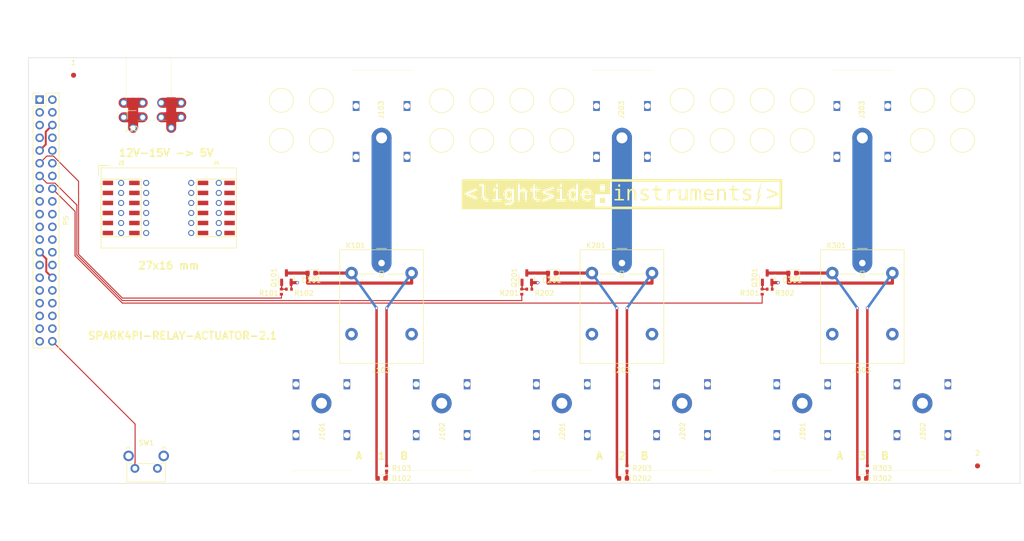
<source format=kicad_pcb>
(kicad_pcb (version 20211014) (generator pcbnew)
  (title_block (title "spark4pi-relay-actuator-2.1") (company "Lightside Instruments AS"))
  (layers (0 "F.Cu" signal) (1 "In1.Cu" mixed) (2 "In2.Cu" mixed) (31 "B.Cu" signal) (34 "B.Paste" user) (35 "F.Paste" user) (36 "B.SilkS" user "B.Silkscreen") (37 "F.SilkS" user "F.Silkscreen") (38 "B.Mask" user) (39 "F.Mask" user) (44 "Edge.Cuts" user))
  (net 0 "")
  (net 1 "GND")
  (net 2 "+5V")
  (net 3 "SYS_DCIN")
  (net 4 "Net-(D301-Pad2)")
  (net 5 "Net-(J301-Pad1)")
  (net 6 "Net-(Q301-Pad1)")
  (net 7 "+3.3V")
  (net 8 "PORT3")
  (net 9 "PORT2")
  (net 10 "PORT1")
  (net 11 "RESET_BTN")
  (net 12 "Net-(J302-Pad1)")
  (net 13 "IN3")
  (net 14 "Net-(D101-Pad2)")
  (net 15 "Net-(D201-Pad2)")
  (net 16 "Net-(J101-Pad1)")
  (net 17 "Net-(J102-Pad1)")
  (net 18 "IN1")
  (net 19 "Net-(J201-Pad1)")
  (net 20 "Net-(J202-Pad1)")
  (net 21 "IN2")
  (net 22 "Net-(Q101-Pad1)")
  (net 23 "Net-(Q201-Pad1)")
  (net 24 "Net-(D102-Pad1)")
  (net 25 "Net-(D202-Pad1)")
  (net 26 "Net-(D302-Pad1)")
  (net 33 "PORT4")
  (net 34 "iCE_CREST")
  (net 35 "iCE_MOSI")
  (net 36 "iCE_MISO")
  (net 37 "iCE_CDONE")
  (net 38 "iCE_SCK")
  (net 39 "iCE_SS_B")
  (net 48 "PORT5")
  (net 49 "PORT6")
  (net 50 "REMOTE")
  (footprint "spark:mount_hole" (layer "F.Cu") (at 19.5 44.5)
    (fp_text reference "" hide)
    (fp_text value "" hide)
    (pad "" np_thru_hole circle locked (at 0 0) (size 2.75 2.75) (drill 2.75) (layers *.Cu *.Mask) (clearance 1.725))
  )
  (footprint "spark:Socket_Strip_SMD_2x6_Pitch2mm" (layer "F.Cu") (at 33.5 66)
    (fp_text reference "J3" (at 1 -4) (layer "F.SilkS") (effects (font (size 0.7 0.7))))
    (fp_text value "Conn_02x06_Odd_Even")
    (pad "1" smd rect locked (at -1.65 0 270) (size 0.89 2.1) (layers "F.Cu" "F.Paste" "F.Mask") (net 1 "GND"))
    (pad "2" smd rect locked (at 3.65 0 270) (size 0.89 2.1) (layers "F.Cu" "F.Paste" "F.Mask") (net 3 "SYS_DCIN"))
    (pad "3" smd rect locked (at -1.65 2 270) (size 0.89 2.1) (layers "F.Cu" "F.Paste" "F.Mask") (net 1 "GND"))
    (pad "4" smd rect locked (at 3.65 2 270) (size 0.89 2.1) (layers "F.Cu" "F.Paste" "F.Mask") (net 3 "SYS_DCIN"))
    (pad "5" smd rect locked (at -1.65 4 270) (size 0.89 2.1) (layers "F.Cu" "F.Paste" "F.Mask") (net 1 "GND"))
    (pad "6" smd rect locked (at 3.65 4 270) (size 0.89 2.1) (layers "F.Cu" "F.Paste" "F.Mask") (net 3 "SYS_DCIN"))
    (pad "7" smd rect locked (at -1.65 6 270) (size 0.89 2.1) (layers "F.Cu" "F.Paste" "F.Mask") (net 1 "GND"))
    (pad "8" smd rect locked (at 3.65 6 270) (size 0.89 2.1) (layers "F.Cu" "F.Paste" "F.Mask") (net 3 "SYS_DCIN"))
    (pad "9" smd rect locked (at -1.65 8 270) (size 0.89 2.1) (layers "F.Cu" "F.Paste" "F.Mask") (net 1 "GND"))
    (pad "10" smd rect locked (at 3.65 8 270) (size 0.89 2.1) (layers "F.Cu" "F.Paste" "F.Mask") (net 3 "SYS_DCIN"))
    (pad "11" smd rect locked (at -1.65 10 270) (size 0.89 2.1) (layers "F.Cu" "F.Paste" "F.Mask") (net 1 "GND"))
    (pad "12" smd rect locked (at 3.65 10 270) (size 0.89 2.1) (layers "F.Cu" "F.Paste" "F.Mask") (net 3 "SYS_DCIN"))
  )
  (footprint "Button_Switch_THT:SW_Tactile_SPST_Angled_PTS645Vx83-2LFS" (layer "F.Cu") (at 41.75 123 180)
    (fp_text reference "SW1" (at 2.2 5.1 180) (layer "F.SilkS"))
    (fp_text value "SW_Push")
    (pad "" thru_hole circle (at -1.25 2.49 180) (size 2.1 2.1) (drill 1.3) (layers *.Cu *.Mask))
    (pad "" thru_hole circle (at 5.76 2.49 180) (size 2.1 2.1) (drill 1.3) (layers *.Cu *.Mask))
    (pad "1" thru_hole circle (at 0 0 180) (size 1.75 1.75) (drill 0.99) (layers *.Cu *.Mask) (net 1 "GND"))
    (pad "2" thru_hole circle (at 4.5 0 180) (size 1.75 1.75) (drill 0.99) (layers *.Cu *.Mask) (net 11 "RESET_BTN"))
  )
  (footprint "spark:lightside-instruments-logo-silks" (layer "F.Cu") (at 134.5 68.25)
    (fp_text reference "" (at 0 0) (layer "F.SilkS") (effects (font (size 1.27 1.27))))
    (fp_text value "" (at 0 0) (layer "F.SilkS") (effects (font (size 1.27 1.27))))
  )
  (footprint "Diode_SMD:D_0603_1608Metric" (layer "F.Cu") (at 86.5 125 180)
    (fp_text reference "D102" (at -4 0 180) (layer "F.SilkS"))
    (fp_text value "LED")
    (pad "1" smd roundrect (at -0.7875 0 180) (size 0.875 0.95) (layers "F.Cu" "F.Paste" "F.Mask") (net 24 "Net-(D102-Pad1)"))
    (pad "2" smd roundrect (at 0.7875 0 180) (size 0.875 0.95) (layers "F.Cu" "F.Paste" "F.Mask") (net 3 "SYS_DCIN"))
  )
  (footprint "spark:banana-plug-horizontal-black" (layer "F.Cu") (at 194.5 110 90)
    (fp_text reference "J302" (at -5.62 0.1 90) (layer "F.SilkS"))
    (fp_text value "Conn_01x01")
    (pad "1" thru_hole rect locked (at 3.8 5.08 90) (size 2 1.3) (drill 1.2) (layers *.Cu *.Mask) (net 12 "Net-(J302-Pad1)"))
    (pad "1" thru_hole circle locked (at 0 0 90) (size 4 4) (drill 2.2) (layers *.Cu *.Mask) (net 12 "Net-(J302-Pad1)"))
    (pad "1" thru_hole rect locked (at 3.8 -5.08 90) (size 2 1.3) (drill 1.2) (layers *.Cu *.Mask) (net 12 "Net-(J302-Pad1)"))
    (pad "1" thru_hole rect locked (at -6.36 5.08 90) (size 2 1.3) (drill 1.2) (layers *.Cu *.Mask) (net 12 "Net-(J302-Pad1)"))
    (pad "1" thru_hole rect locked (at -6.36 -5.08 90) (size 2 1.3) (drill 1.2) (layers *.Cu *.Mask) (net 12 "Net-(J302-Pad1)"))
  )
  (footprint "Resistor_SMD:R_0402_1005Metric" (layer "F.Cu") (at 68 87.215354)
    (fp_text reference "R101" (at -4 0.784646) (layer "F.SilkS"))
    (fp_text value "10K")
    (pad "1" smd roundrect (at -0.51 0) (size 0.54 0.64) (layers "F.Cu" "F.Paste" "F.Mask") (net 22 "Net-(Q101-Pad1)"))
    (pad "2" smd roundrect (at 0.51 0) (size 0.54 0.64) (layers "F.Cu" "F.Paste" "F.Mask") (net 1 "GND"))
  )
  (footprint "Package_TO_SOT_SMD:SOT-23" (layer "F.Cu") (at 115.5 84.915354 90)
    (fp_text reference "Q201" (at 0 -2.5 90) (layer "F.SilkS"))
    (fp_text value "BS870")
    (pad "1" smd roundrect (at -0.9375 -0.95 90) (size 1.475 0.6) (layers "F.Cu" "F.Paste" "F.Mask") (net 23 "Net-(Q201-Pad1)"))
    (pad "2" smd roundrect (at -0.9375 0.95 90) (size 1.475 0.6) (layers "F.Cu" "F.Paste" "F.Mask") (net 1 "GND"))
    (pad "3" smd roundrect (at 0.9375 0 90) (size 1.475 0.6) (layers "F.Cu" "F.Paste" "F.Mask") (net 15 "Net-(D201-Pad2)"))
  )
  (footprint "spark:banana-plug-horizontal-black" (layer "F.Cu") (at 170.5 110 90)
    (fp_text reference "J301" (at -5.62 0.1 90) (layer "F.SilkS"))
    (fp_text value "Conn_01x01")
    (pad "1" thru_hole rect locked (at 3.8 5.08 90) (size 2 1.3) (drill 1.2) (layers *.Cu *.Mask) (net 5 "Net-(J301-Pad1)"))
    (pad "1" thru_hole rect locked (at 3.8 -5.08 90) (size 2 1.3) (drill 1.2) (layers *.Cu *.Mask) (net 5 "Net-(J301-Pad1)"))
    (pad "1" thru_hole rect locked (at -6.36 5.08 90) (size 2 1.3) (drill 1.2) (layers *.Cu *.Mask) (net 5 "Net-(J301-Pad1)"))
    (pad "1" thru_hole rect locked (at -6.36 -5.08 90) (size 2 1.3) (drill 1.2) (layers *.Cu *.Mask) (net 5 "Net-(J301-Pad1)"))
    (pad "1" thru_hole circle locked (at 0 0 90) (size 4 4) (drill 2.2) (layers *.Cu *.Mask) (net 5 "Net-(J301-Pad1)"))
  )
  (footprint "Fiducial:Fiducial_1mm_Mask3mm" (layer "F.Cu") (at 25 44.5)
    (fp_text reference "1" (at 0 -2.54) (layer "F.SilkS"))
    (fp_text value "Fiducial_1mm_Mask3mm")
    (pad "" smd circle (at 0 0) (size 1 1) (layers "F.Cu" "F.Mask") (clearance 1))
  )
  (footprint "Resistor_SMD:R_0402_1005Metric" (layer "F.Cu") (at 87.5 123 90)
    (fp_text reference "R103" (at 0 3 180) (layer "F.SilkS"))
    (fp_text value "1K")
    (pad "1" smd roundrect (at -0.51 0 90) (size 0.54 0.64) (layers "F.Cu" "F.Paste" "F.Mask") (net 24 "Net-(D102-Pad1)"))
    (pad "2" smd roundrect (at 0.51 0 90) (size 0.54 0.64) (layers "F.Cu" "F.Paste" "F.Mask") (net 14 "Net-(D101-Pad2)"))
  )
  (footprint "Diode_SMD:D_0603_1608Metric" (layer "F.Cu") (at 168.5 84 180)
    (fp_text reference "D301" (at 0 -1.43 180) (layer "F.SilkS"))
    (fp_text value "D_Schottky")
    (pad "1" smd roundrect (at -0.7875 0 180) (size 0.875 0.95) (layers "F.Cu" "F.Paste" "F.Mask") (net 3 "SYS_DCIN"))
    (pad "2" smd roundrect (at 0.7875 0 180) (size 0.875 0.95) (layers "F.Cu" "F.Paste" "F.Mask") (net 4 "Net-(D301-Pad2)"))
  )
  (footprint "spark:mount_hole" (layer "F.Cu") (at 19.5 122.5)
    (fp_text reference "" hide)
    (fp_text value "" hide)
    (pad "" np_thru_hole circle locked (at 0 0) (size 2.75 2.75) (drill 2.75) (layers *.Cu *.Mask) (clearance 1.725))
  )
  (footprint "spark:mount_hole" (layer "F.Cu") (at 158.5 77.5 90)
    (fp_text reference "" hide)
    (fp_text value "" hide)
    (pad "" np_thru_hole circle locked (at 0 0 90) (size 2.75 2.75) (drill 2.75) (layers *.Cu *.Mask) (clearance 1.725))
  )
  (footprint "Relay_THT:Relay_SPDT_Omron-G5LE-1" (layer "F.Cu") (at 134.5 82)
    (fp_text reference "K201" (at -5.2 -3.5) (layer "F.SilkS"))
    (fp_text value "G5LE-1")
    (pad "1" thru_hole rect (at 0 0) (size 2.5 2.5) (drill 1.3) (layers *.Cu *.Mask) (net 21 "IN2"))
    (pad "2" thru_hole oval (at -6 2) (size 2.5 2.5) (drill 1.3) (layers *.Cu *.Mask) (net 3 "SYS_DCIN"))
    (pad "3" thru_hole oval (at -6 14.2) (size 2.5 2.5) (drill 1.3) (layers *.Cu *.Mask) (net 19 "Net-(J201-Pad1)"))
    (pad "4" thru_hole oval (at 6 14.2) (size 2.5 2.5) (drill 1.3) (layers *.Cu *.Mask) (net 20 "Net-(J202-Pad1)"))
    (pad "5" thru_hole oval (at 6 2) (size 2.5 2.5) (drill 1.3) (layers *.Cu *.Mask) (net 15 "Net-(D201-Pad2)"))
  )
  (footprint "Resistor_SMD:R_0402_1005Metric" (layer "F.Cu") (at 162.5 87.715354 90)
    (fp_text reference "R302" (at -0.284646 4.5 180) (layer "F.SilkS"))
    (fp_text value "1K")
    (pad "1" smd roundrect (at -0.51 0 90) (size 0.54 0.64) (layers "F.Cu" "F.Paste" "F.Mask") (net 8 "PORT3"))
    (pad "2" smd roundrect (at 0.51 0 90) (size 0.54 0.64) (layers "F.Cu" "F.Paste" "F.Mask") (net 6 "Net-(Q301-Pad1)"))
  )
  (footprint "spark:banana-plug-horizontal-black" (layer "F.Cu") (at 74.5 110 90)
    (fp_text reference "J101" (at -5.62 0.1 90) (layer "F.SilkS"))
    (fp_text value "Conn_01x01")
    (pad "1" thru_hole rect locked (at 3.8 -5.08 90) (size 2 1.3) (drill 1.2) (layers *.Cu *.Mask) (net 16 "Net-(J101-Pad1)"))
    (pad "1" thru_hole rect locked (at -6.36 -5.08 90) (size 2 1.3) (drill 1.2) (layers *.Cu *.Mask) (net 16 "Net-(J101-Pad1)"))
    (pad "1" thru_hole rect locked (at 3.8 5.08 90) (size 2 1.3) (drill 1.2) (layers *.Cu *.Mask) (net 16 "Net-(J101-Pad1)"))
    (pad "1" thru_hole circle locked (at 0 0 90) (size 4 4) (drill 2.2) (layers *.Cu *.Mask) (net 16 "Net-(J101-Pad1)"))
    (pad "1" thru_hole rect locked (at -6.36 5.08 90) (size 2 1.3) (drill 1.2) (layers *.Cu *.Mask) (net 16 "Net-(J101-Pad1)"))
  )
  (footprint "Diode_SMD:D_0603_1608Metric" (layer "F.Cu") (at 134.7125 125 180)
    (fp_text reference "D202" (at -3.7875 0 180) (layer "F.SilkS"))
    (fp_text value "LED")
    (pad "1" smd roundrect (at -0.7875 0 180) (size 0.875 0.95) (layers "F.Cu" "F.Paste" "F.Mask") (net 25 "Net-(D202-Pad1)"))
    (pad "2" smd roundrect (at 0.7875 0 180) (size 0.875 0.95) (layers "F.Cu" "F.Paste" "F.Mask") (net 3 "SYS_DCIN"))
  )
  (footprint "spark:banana-plug-horizontal-black" (layer "F.Cu") (at 122.5 110 90)
    (fp_text reference "J201" (at -5.62 0.1 90) (layer "F.SilkS"))
    (fp_text value "Conn_01x01")
    (pad "1" thru_hole rect locked (at 3.8 5.08 90) (size 2 1.3) (drill 1.2) (layers *.Cu *.Mask) (net 19 "Net-(J201-Pad1)"))
    (pad "1" thru_hole rect locked (at 3.8 -5.08 90) (size 2 1.3) (drill 1.2) (layers *.Cu *.Mask) (net 19 "Net-(J201-Pad1)"))
    (pad "1" thru_hole circle locked (at 0 0 90) (size 4 4) (drill 2.2) (layers *.Cu *.Mask) (net 19 "Net-(J201-Pad1)"))
    (pad "1" thru_hole rect locked (at -6.36 -5.08 90) (size 2 1.3) (drill 1.2) (layers *.Cu *.Mask) (net 19 "Net-(J201-Pad1)"))
    (pad "1" thru_hole rect locked (at -6.36 5.08 90) (size 2 1.3) (drill 1.2) (layers *.Cu *.Mask) (net 19 "Net-(J201-Pad1)"))
  )
  (footprint "Package_TO_SOT_SMD:SOT-23" (layer "F.Cu") (at 163.5 84.915354 90)
    (fp_text reference "Q301" (at 0 -2.5 90) (layer "F.SilkS"))
    (fp_text value "BS870")
    (pad "1" smd roundrect (at -0.9375 -0.95 90) (size 1.475 0.6) (layers "F.Cu" "F.Paste" "F.Mask") (net 6 "Net-(Q301-Pad1)"))
    (pad "2" smd roundrect (at -0.9375 0.95 90) (size 1.475 0.6) (layers "F.Cu" "F.Paste" "F.Mask") (net 1 "GND"))
    (pad "3" smd roundrect (at 0.9375 0 90) (size 1.475 0.6) (layers "F.Cu" "F.Paste" "F.Mask") (net 4 "Net-(D301-Pad2)"))
  )
  (footprint "Fiducial:Fiducial_1mm_Mask3mm" (layer "F.Cu") (at 205.5 122.5)
    (fp_text reference "2" (at 0 -2.54) (layer "F.SilkS"))
    (fp_text value "Fiducial_1mm_Mask3mm")
    (pad "" smd circle (at 0 0) (size 1 1) (layers "F.Cu" "F.Mask") (clearance 1))
  )
  (footprint "spark:PinHeader_2x20_P2.54mm_Vertical_1_04mm" (layer "F.Cu") (at 18.23 49.37)
    (fp_text reference "P5" (at 5.27 24.13 90) (layer "F.SilkS"))
    (fp_text value "Raspberry_Pi_2_3")
    (pad "1" thru_hole rect locked (at 0 0) (size 1.7 1.7) (drill 1.04) (layers *.Cu *.Mask) (net 7 "+3.3V"))
    (pad "2" thru_hole oval locked (at 2.54 0) (size 1.7 1.7) (drill 1.04) (layers *.Cu *.Mask) (net 2 "+5V"))
    (pad "3" thru_hole oval locked (at 0 2.54) (size 1.7 1.7) (drill 1.04) (layers *.Cu *.Mask))
    (pad "4" thru_hole oval locked (at 2.54 2.54) (size 1.7 1.7) (drill 1.04) (layers *.Cu *.Mask) (net 2 "+5V"))
    (pad "5" thru_hole oval locked (at 0 5.08) (size 1.7 1.7) (drill 1.04) (layers *.Cu *.Mask))
    (pad "6" thru_hole oval locked (at 2.54 5.08) (size 1.7 1.7) (drill 1.04) (layers *.Cu *.Mask) (net 1 "GND"))
    (pad "7" thru_hole oval locked (at 0 7.62) (size 1.7 1.7) (drill 1.04) (layers *.Cu *.Mask))
    (pad "8" thru_hole oval locked (at 2.54 7.62) (size 1.7 1.7) (drill 1.04) (layers *.Cu *.Mask))
    (pad "9" thru_hole oval locked (at 0 10.16) (size 1.7 1.7) (drill 1.04) (layers *.Cu *.Mask) (net 1 "GND"))
    (pad "10" thru_hole oval locked (at 2.54 10.16) (size 1.7 1.7) (drill 1.04) (layers *.Cu *.Mask))
    (pad "11" thru_hole oval locked (at 0 12.7) (size 1.7 1.7) (drill 1.04) (layers *.Cu *.Mask) (net 10 "PORT1"))
    (pad "12" thru_hole oval locked (at 2.54 12.7) (size 1.7 1.7) (drill 1.04) (layers *.Cu *.Mask))
    (pad "13" thru_hole oval locked (at 0 15.24) (size 1.7 1.7) (drill 1.04) (layers *.Cu *.Mask) (net 9 "PORT2"))
    (pad "14" thru_hole oval locked (at 2.54 15.24) (size 1.7 1.7) (drill 1.04) (layers *.Cu *.Mask) (net 1 "GND"))
    (pad "15" thru_hole oval locked (at 0 17.78) (size 1.7 1.7) (drill 1.04) (layers *.Cu *.Mask) (net 33 "PORT4"))
    (pad "16" thru_hole oval locked (at 2.54 17.78) (size 1.7 1.7) (drill 1.04) (layers *.Cu *.Mask) (net 8 "PORT3"))
    (pad "17" thru_hole oval locked (at 0 20.32) (size 1.7 1.7) (drill 1.04) (layers *.Cu *.Mask) (net 7 "+3.3V"))
    (pad "18" thru_hole oval locked (at 2.54 20.32) (size 1.7 1.7) (drill 1.04) (layers *.Cu *.Mask) (net 34 "iCE_CREST"))
    (pad "19" thru_hole oval locked (at 0 22.86) (size 1.7 1.7) (drill 1.04) (layers *.Cu *.Mask) (net 35 "iCE_MOSI"))
    (pad "20" thru_hole oval locked (at 2.54 22.86) (size 1.7 1.7) (drill 1.04) (layers *.Cu *.Mask) (net 1 "GND"))
    (pad "21" thru_hole oval locked (at 0 25.4) (size 1.7 1.7) (drill 1.04) (layers *.Cu *.Mask) (net 36 "iCE_MISO"))
    (pad "22" thru_hole oval locked (at 2.54 25.4) (size 1.7 1.7) (drill 1.04) (layers *.Cu *.Mask) (net 37 "iCE_CDONE"))
    (pad "23" thru_hole oval locked (at 0 27.94) (size 1.7 1.7) (drill 1.04) (layers *.Cu *.Mask) (net 38 "iCE_SCK"))
    (pad "24" thru_hole oval locked (at 2.54 27.94) (size 1.7 1.7) (drill 1.04) (layers *.Cu *.Mask) (net 39 "iCE_SS_B"))
    (pad "25" thru_hole oval locked (at 0 30.48) (size 1.7 1.7) (drill 1.04) (layers *.Cu *.Mask) (net 1 "GND"))
    (pad "26" thru_hole oval locked (at 2.54 30.48) (size 1.7 1.7) (drill 1.04) (layers *.Cu *.Mask))
    (pad "27" thru_hole oval locked (at 0 33.02) (size 1.7 1.7) (drill 1.04) (layers *.Cu *.Mask))
    (pad "28" thru_hole oval locked (at 2.54 33.02) (size 1.7 1.7) (drill 1.04) (layers *.Cu *.Mask))
    (pad "29" thru_hole oval locked (at 0 35.56) (size 1.7 1.7) (drill 1.04) (layers *.Cu *.Mask))
    (pad "30" thru_hole oval locked (at 2.54 35.56) (size 1.7 1.7) (drill 1.04) (layers *.Cu *.Mask) (net 1 "GND"))
    (pad "31" thru_hole oval locked (at 0 38.1) (size 1.7 1.7) (drill 1.04) (layers *.Cu *.Mask))
    (pad "32" thru_hole oval locked (at 2.54 38.1) (size 1.7 1.7) (drill 1.04) (layers *.Cu *.Mask))
    (pad "33" thru_hole oval locked (at 0 40.64) (size 1.7 1.7) (drill 1.04) (layers *.Cu *.Mask))
    (pad "34" thru_hole oval locked (at 2.54 40.64) (size 1.7 1.7) (drill 1.04) (layers *.Cu *.Mask) (net 1 "GND"))
    (pad "35" thru_hole oval locked (at 0 43.18) (size 1.7 1.7) (drill 1.04) (layers *.Cu *.Mask))
    (pad "36" thru_hole oval locked (at 2.54 43.18) (size 1.7 1.7) (drill 1.04) (layers *.Cu *.Mask) (net 48 "PORT5"))
    (pad "37" thru_hole oval locked (at 0 45.72) (size 1.7 1.7) (drill 1.04) (layers *.Cu *.Mask) (net 49 "PORT6"))
    (pad "38" thru_hole oval locked (at 2.54 45.72) (size 1.7 1.7) (drill 1.04) (layers *.Cu *.Mask) (net 50 "REMOTE"))
    (pad "39" thru_hole oval locked (at 0 48.26) (size 1.7 1.7) (drill 1.04) (layers *.Cu *.Mask) (net 1 "GND"))
    (pad "40" thru_hole oval locked (at 2.54 48.26) (size 1.7 1.7) (drill 1.04) (layers *.Cu *.Mask) (net 11 "RESET_BTN"))
  )
  (footprint "Resistor_SMD:R_0402_1005Metric" (layer "F.Cu") (at 116 87.215354)
    (fp_text reference "R201" (at -4 0.784646) (layer "F.SilkS"))
    (fp_text value "10K")
    (pad "1" smd roundrect (at -0.51 0) (size 0.54 0.64) (layers "F.Cu" "F.Paste" "F.Mask") (net 23 "Net-(Q201-Pad1)"))
    (pad "2" smd roundrect (at 0.51 0) (size 0.54 0.64) (layers "F.Cu" "F.Paste" "F.Mask") (net 1 "GND"))
  )
  (footprint "Resistor_SMD:R_0402_1005Metric" (layer "F.Cu") (at 164 87.215354)
    (fp_text reference "R301" (at -4 0.784646) (layer "F.SilkS"))
    (fp_text value "10K")
    (pad "1" smd roundrect (at -0.51 0) (size 0.54 0.64) (layers "F.Cu" "F.Paste" "F.Mask") (net 6 "Net-(Q301-Pad1)"))
    (pad "2" smd roundrect (at 0.51 0) (size 0.54 0.64) (layers "F.Cu" "F.Paste" "F.Mask") (net 1 "GND"))
  )
  (footprint "spark:banana-plug-horizontal-black" (layer "F.Cu") (at 98.5 110 90)
    (fp_text reference "J102" (at -5.62 0.1 90) (layer "F.SilkS"))
    (fp_text value "Conn_01x01")
    (pad "1" thru_hole rect locked (at -6.36 5.08 90) (size 2 1.3) (drill 1.2) (layers *.Cu *.Mask) (net 17 "Net-(J102-Pad1)"))
    (pad "1" thru_hole rect locked (at 3.8 5.08 90) (size 2 1.3) (drill 1.2) (layers *.Cu *.Mask) (net 17 "Net-(J102-Pad1)"))
    (pad "1" thru_hole rect locked (at -6.36 -5.08 90) (size 2 1.3) (drill 1.2) (layers *.Cu *.Mask) (net 17 "Net-(J102-Pad1)"))
    (pad "1" thru_hole circle locked (at 0 0 90) (size 4 4) (drill 2.2) (layers *.Cu *.Mask) (net 17 "Net-(J102-Pad1)"))
    (pad "1" thru_hole rect locked (at 3.8 -5.08 90) (size 2 1.3) (drill 1.2) (layers *.Cu *.Mask) (net 17 "Net-(J102-Pad1)"))
  )
  (footprint "Relay_THT:Relay_SPDT_Omron-G5LE-1" (layer "F.Cu") (at 182.5 82)
    (fp_text reference "K301" (at -5.2 -3.5) (layer "F.SilkS"))
    (fp_text value "G5LE-1")
    (pad "1" thru_hole rect (at 0 0) (size 2.5 2.5) (drill 1.3) (layers *.Cu *.Mask) (net 13 "IN3"))
    (pad "2" thru_hole oval (at -6 2) (size 2.5 2.5) (drill 1.3) (layers *.Cu *.Mask) (net 3 "SYS_DCIN"))
    (pad "3" thru_hole oval (at -6 14.2) (size 2.5 2.5) (drill 1.3) (layers *.Cu *.Mask) (net 5 "Net-(J301-Pad1)"))
    (pad "4" thru_hole oval (at 6 14.2) (size 2.5 2.5) (drill 1.3) (layers *.Cu *.Mask) (net 12 "Net-(J302-Pad1)"))
    (pad "5" thru_hole oval (at 6 2) (size 2.5 2.5) (drill 1.3) (layers *.Cu *.Mask) (net 4 "Net-(D301-Pad2)"))
  )
  (footprint "spark:banana-plug-horizontal-black" (layer "F.Cu") (at 146.5 110 90)
    (fp_text reference "J202" (at -5.62 0.1 90) (layer "F.SilkS"))
    (fp_text value "Conn_01x01")
    (pad "1" thru_hole circle locked (at 0 0 90) (size 4 4) (drill 2.2) (layers *.Cu *.Mask) (net 20 "Net-(J202-Pad1)"))
    (pad "1" thru_hole rect locked (at 3.8 -5.08 90) (size 2 1.3) (drill 1.2) (layers *.Cu *.Mask) (net 20 "Net-(J202-Pad1)"))
    (pad "1" thru_hole rect locked (at 3.8 5.08 90) (size 2 1.3) (drill 1.2) (layers *.Cu *.Mask) (net 20 "Net-(J202-Pad1)"))
    (pad "1" thru_hole rect locked (at -6.36 -5.08 90) (size 2 1.3) (drill 1.2) (layers *.Cu *.Mask) (net 20 "Net-(J202-Pad1)"))
    (pad "1" thru_hole rect locked (at -6.36 5.08 90) (size 2 1.3) (drill 1.2) (layers *.Cu *.Mask) (net 20 "Net-(J202-Pad1)"))
  )
  (footprint "Resistor_SMD:R_0402_1005Metric" (layer "F.Cu") (at 114.5 87.715354 90)
    (fp_text reference "R202" (at -0.284646 4.5 180) (layer "F.SilkS"))
    (fp_text value "1K")
    (pad "1" smd roundrect (at -0.51 0 90) (size 0.54 0.64) (layers "F.Cu" "F.Paste" "F.Mask") (net 9 "PORT2"))
    (pad "2" smd roundrect (at 0.51 0 90) (size 0.54 0.64) (layers "F.Cu" "F.Paste" "F.Mask") (net 23 "Net-(Q201-Pad1)"))
  )
  (footprint "Relay_THT:Relay_SPDT_Omron-G5LE-1" (layer "F.Cu") (at 86.5 82)
    (fp_text reference "K101" (at -5.2 -3.5) (layer "F.SilkS"))
    (fp_text value "G5LE-1")
    (pad "1" thru_hole rect (at 0 0) (size 2.5 2.5) (drill 1.3) (layers *.Cu *.Mask) (net 18 "IN1"))
    (pad "2" thru_hole oval (at -6 2) (size 2.5 2.5) (drill 1.3) (layers *.Cu *.Mask) (net 3 "SYS_DCIN"))
    (pad "3" thru_hole oval (at -6 14.2) (size 2.5 2.5) (drill 1.3) (layers *.Cu *.Mask) (net 16 "Net-(J101-Pad1)"))
    (pad "4" thru_hole oval (at 6 14.2) (size 2.5 2.5) (drill 1.3) (layers *.Cu *.Mask) (net 17 "Net-(J102-Pad1)"))
    (pad "5" thru_hole oval (at 6 2) (size 2.5 2.5) (drill 1.3) (layers *.Cu *.Mask) (net 14 "Net-(D101-Pad2)"))
  )
  (footprint "spark:banana-plug-horizontal-black" (layer "F.Cu") (at 86.5 57 -90)
    (fp_text reference "J103" (at -5.62 0.1 -90) (layer "F.SilkS"))
    (fp_text value "Conn_01x01")
    (pad "1" thru_hole rect locked (at -6.36 -5.08 270) (size 2 1.3) (drill 1.2) (layers *.Cu *.Mask) (net 18 "IN1"))
    (pad "1" thru_hole rect locked (at -6.36 5.08 270) (size 2 1.3) (drill 1.2) (layers *.Cu *.Mask) (net 18 "IN1"))
    (pad "1" thru_hole circle locked (at 0 0 270) (size 4 4) (drill 2.2) (layers *.Cu *.Mask) (net 18 "IN1"))
    (pad "1" thru_hole rect locked (at 3.8 -5.08 270) (size 2 1.3) (drill 1.2) (layers *.Cu *.Mask) (net 18 "IN1"))
    (pad "1" thru_hole rect locked (at 3.8 5.08 270) (size 2 1.3) (drill 1.2) (layers *.Cu *.Mask) (net 18 "IN1"))
  )
  (footprint "spark:mount_hole" (layer "F.Cu") (at 210.5 122.5)
    (fp_text reference "" hide)
    (fp_text value "" hide)
    (pad "" np_thru_hole circle locked (at 0 0) (size 2.75 2.75) (drill 2.75) (layers *.Cu *.Mask) (clearance 1.725))
  )
  (footprint "spark:PJ1-021-SMT-TR" (layer "F.Cu") (at 39.5 45)
    (fp_text reference "J10" (at -2.9 10.2) (layer "F.SilkS"))
    (fp_text value "Barrel_Jack")
    (pad "" np_thru_hole circle locked (at 2.5 0) (size 1.3 1.3) (drill 1.3) (layers *.Cu *.Mask))
    (pad "" np_thru_hole circle locked (at -1.5 0) (size 1.3 1.3) (drill 1.3) (layers *.Cu *.Mask))
    (pad "1" smd rect locked (at -2.6 7.9) (size 1.8 2.2) (layers "F.Cu" "F.Paste" "F.Mask") (net 3 "SYS_DCIN"))
    (pad "2" smd rect locked (at 5 5) (size 1.8 2.2) (layers "F.Cu" "F.Paste" "F.Mask") (net 1 "GND"))
    (pad "3" smd rect locked (at 5 7.9) (size 1.8 2.2) (layers "F.Cu" "F.Paste" "F.Mask") (net 1 "GND"))
  )
  (footprint "spark:banana-plug-horizontal-black" (layer "F.Cu") (at 134.5 57 -90)
    (fp_text reference "J203" (at -5.62 0.1 -90) (layer "F.SilkS"))
    (fp_text value "Conn_01x01")
    (pad "1" thru_hole circle locked (at 0 0 270) (size 4 4) (drill 2.2) (layers *.Cu *.Mask) (net 21 "IN2"))
    (pad "1" thru_hole rect locked (at -6.36 -5.08 270) (size 2 1.3) (drill 1.2) (layers *.Cu *.Mask) (net 21 "IN2"))
    (pad "1" thru_hole rect locked (at 3.8 5.08 270) (size 2 1.3) (drill 1.2) (layers *.Cu *.Mask) (net 21 "IN2"))
    (pad "1" thru_hole rect locked (at -6.36 5.08 270) (size 2 1.3) (drill 1.2) (layers *.Cu *.Mask) (net 21 "IN2"))
    (pad "1" thru_hole rect locked (at 3.8 -5.08 270) (size 2 1.3) (drill 1.2) (layers *.Cu *.Mask) (net 21 "IN2"))
  )
  (footprint "Resistor_SMD:R_0402_1005Metric" (layer "F.Cu") (at 183.5 123 90)
    (fp_text reference "R303" (at 0 3 180) (layer "F.SilkS"))
    (fp_text value "1K")
    (pad "1" smd roundrect (at -0.51 0 90) (size 0.54 0.64) (layers "F.Cu" "F.Paste" "F.Mask") (net 26 "Net-(D302-Pad1)"))
    (pad "2" smd roundrect (at 0.51 0 90) (size 0.54 0.64) (layers "F.Cu" "F.Paste" "F.Mask") (net 4 "Net-(D301-Pad2)"))
  )
  (footprint "spark:banana-plug-horizontal-black" (layer "F.Cu") (at 182.5 57 -90)
    (fp_text reference "J303" (at -5.62 0.1 -90) (layer "F.SilkS"))
    (fp_text value "Conn_01x01")
    (pad "1" thru_hole rect locked (at 3.8 5.08 270) (size 2 1.3) (drill 1.2) (layers *.Cu *.Mask) (net 13 "IN3"))
    (pad "1" thru_hole rect locked (at 3.8 -5.08 270) (size 2 1.3) (drill 1.2) (layers *.Cu *.Mask) (net 13 "IN3"))
    (pad "1" thru_hole circle locked (at 0 0 270) (size 4 4) (drill 2.2) (layers *.Cu *.Mask) (net 13 "IN3"))
    (pad "1" thru_hole rect locked (at -6.36 -5.08 270) (size 2 1.3) (drill 1.2) (layers *.Cu *.Mask) (net 13 "IN3"))
    (pad "1" thru_hole rect locked (at -6.36 5.08 270) (size 2 1.3) (drill 1.2) (layers *.Cu *.Mask) (net 13 "IN3"))
  )
  (footprint "spark:mount_hole" (layer "F.Cu") (at 110.5 77.5 90)
    (fp_text reference "" hide)
    (fp_text value "" hide)
    (pad "" np_thru_hole circle locked (at 0 0 90) (size 2.75 2.75) (drill 2.75) (layers *.Cu *.Mask) (clearance 1.725))
  )
  (footprint "Diode_SMD:D_0603_1608Metric" (layer "F.Cu") (at 72.5 84 180)
    (fp_text reference "D101" (at 0 -1.43 180) (layer "F.SilkS"))
    (fp_text value "D_Schottky")
    (pad "1" smd roundrect (at -0.7875 0 180) (size 0.875 0.95) (layers "F.Cu" "F.Paste" "F.Mask") (net 3 "SYS_DCIN"))
    (pad "2" smd roundrect (at 0.7875 0 180) (size 0.875 0.95) (layers "F.Cu" "F.Paste" "F.Mask") (net 14 "Net-(D101-Pad2)"))
  )
  (footprint "Diode_SMD:D_0603_1608Metric" (layer "F.Cu") (at 182.5 125 180)
    (fp_text reference "D302" (at -4 0 180) (layer "F.SilkS"))
    (fp_text value "LED")
    (pad "1" smd roundrect (at -0.7875 0 180) (size 0.875 0.95) (layers "F.Cu" "F.Paste" "F.Mask") (net 26 "Net-(D302-Pad1)"))
    (pad "2" smd roundrect (at 0.7875 0 180) (size 0.875 0.95) (layers "F.Cu" "F.Paste" "F.Mask") (net 3 "SYS_DCIN"))
  )
  (footprint "spark:mount_hole" (layer "F.Cu") (at 210.5 102.5)
    (fp_text reference "" hide)
    (fp_text value "" hide)
    (pad "" np_thru_hole circle locked (at 0 0) (size 2.75 2.75) (drill 2.75) (layers *.Cu *.Mask) (clearance 1.725))
  )
  (footprint "Package_TO_SOT_SMD:SOT-23" (layer "F.Cu") (at 67.5 84.915354 90)
    (fp_text reference "Q101" (at 0 -2.5 90) (layer "F.SilkS"))
    (fp_text value "BS870")
    (pad "1" smd roundrect (at -0.9375 -0.95 90) (size 1.475 0.6) (layers "F.Cu" "F.Paste" "F.Mask") (net 22 "Net-(Q101-Pad1)"))
    (pad "2" smd roundrect (at -0.9375 0.95 90) (size 1.475 0.6) (layers "F.Cu" "F.Paste" "F.Mask") (net 1 "GND"))
    (pad "3" smd roundrect (at 0.9375 0 90) (size 1.475 0.6) (layers "F.Cu" "F.Paste" "F.Mask") (net 14 "Net-(D101-Pad2)"))
  )
  (footprint "Resistor_SMD:R_0402_1005Metric" (layer "F.Cu") (at 66.5 87.715354 90)
    (fp_text reference "R102" (at -0.284646 4.5 180) (layer "F.SilkS"))
    (fp_text value "1K")
    (pad "1" smd roundrect (at -0.51 0 90) (size 0.54 0.64) (layers "F.Cu" "F.Paste" "F.Mask") (net 10 "PORT1"))
    (pad "2" smd roundrect (at 0.51 0 90) (size 0.54 0.64) (layers "F.Cu" "F.Paste" "F.Mask") (net 22 "Net-(Q101-Pad1)"))
  )
  (footprint "spark:mount_hole" (layer "F.Cu") (at 19.5 102.5 90)
    (fp_text reference "" hide)
    (fp_text value "" hide)
    (pad "" np_thru_hole circle locked (at 0 0 90) (size 2.75 2.75) (drill 2.75) (layers *.Cu *.Mask) (clearance 1.725))
  )
  (footprint "spark:Socket_Strip_SMD_2x6_Pitch2mm" (layer "F.Cu") (at 52.5 66)
    (fp_text reference "J4" (at 1 -4) (layer "F.SilkS") (effects (font (size 0.7 0.7))))
    (fp_text value "Conn_02x06_Odd_Even")
    (pad "1" smd rect locked (at -1.65 0 270) (size 0.89 2.1) (layers "F.Cu" "F.Paste" "F.Mask") (net 2 "+5V"))
    (pad "2" smd rect locked (at 3.65 0 270) (size 0.89 2.1) (layers "F.Cu" "F.Paste" "F.Mask") (net 1 "GND"))
    (pad "3" smd rect locked (at -1.65 2 270) (size 0.89 2.1) (layers "F.Cu" "F.Paste" "F.Mask") (net 2 "+5V"))
    (pad "4" smd rect locked (at 3.65 2 270) (size 0.89 2.1) (layers "F.Cu" "F.Paste" "F.Mask") (net 1 "GND"))
    (pad "5" smd rect locked (at -1.65 4 270) (size 0.89 2.1) (layers "F.Cu" "F.Paste" "F.Mask") (net 2 "+5V"))
    (pad "6" smd rect locked (at 3.65 4 270) (size 0.89 2.1) (layers "F.Cu" "F.Paste" "F.Mask") (net 1 "GND"))
    (pad "7" smd rect locked (at -1.65 6 270) (size 0.89 2.1) (layers "F.Cu" "F.Paste" "F.Mask") (net 2 "+5V"))
    (pad "8" smd rect locked (at 3.65 6 270) (size 0.89 2.1) (layers "F.Cu" "F.Paste" "F.Mask") (net 1 "GND"))
    (pad "9" smd rect locked (at -1.65 8 270) (size 0.89 2.1) (layers "F.Cu" "F.Paste" "F.Mask") (net 2 "+5V"))
    (pad "10" smd rect locked (at 3.65 8 270) (size 0.89 2.1) (layers "F.Cu" "F.Paste" "F.Mask") (net 1 "GND"))
    (pad "11" smd rect locked (at -1.65 10 270) (size 0.89 2.1) (layers "F.Cu" "F.Paste" "F.Mask") (net 2 "+5V"))
    (pad "12" smd rect locked (at 3.65 10 270) (size 0.89 2.1) (layers "F.Cu" "F.Paste" "F.Mask") (net 1 "GND"))
  )
  (footprint "Resistor_SMD:R_0402_1005Metric" (layer "F.Cu") (at 135.5 123 90)
    (fp_text reference "R203" (at 0 3 180) (layer "F.SilkS"))
    (fp_text value "1K")
    (pad "1" smd roundrect (at -0.51 0 90) (size 0.54 0.64) (layers "F.Cu" "F.Paste" "F.Mask") (net 25 "Net-(D202-Pad1)"))
    (pad "2" smd roundrect (at 0.51 0 90) (size 0.54 0.64) (layers "F.Cu" "F.Paste" "F.Mask") (net 15 "Net-(D201-Pad2)"))
  )
  (footprint "spark:mount_hole" (layer "F.Cu") (at 210.5 44.5)
    (fp_text reference "" hide)
    (fp_text value "" hide)
    (pad "" np_thru_hole circle locked (at 0 0) (size 2.75 2.75) (drill 2.75) (layers *.Cu *.Mask) (clearance 1.725))
  )
  (footprint "Diode_SMD:D_0603_1608Metric" (layer "F.Cu") (at 120.5 84 180)
    (fp_text reference "D201" (at 0 -1.43 180) (layer "F.SilkS"))
    (fp_text value "D_Schottky")
    (pad "1" smd roundrect (at -0.7875 0 180) (size 0.875 0.95) (layers "F.Cu" "F.Paste" "F.Mask") (net 3 "SYS_DCIN"))
    (pad "2" smd roundrect (at 0.7875 0 180) (size 0.875 0.95) (layers "F.Cu" "F.Paste" "F.Mask") (net 15 "Net-(D201-Pad2)"))
  )
  (gr_circle (center 122.5 57.5) (end 124.9 57.5) (layer "F.SilkS") (width 0.12) (fill none))
  (gr_circle (center 162.5 49.5) (end 164.9 49.5) (layer "F.SilkS") (width 0.12) (fill none))
  (gr_circle (center 106.5 57.5) (end 108.9 57.5) (layer "F.SilkS") (width 0.12) (fill none))
  (gr_line (start 30 62.5) (end 30 64.5) (layer "F.SilkS") (width 0.15))
  (gr_line (start 57.5 79) (end 30.5 79) (layer "F.SilkS") (width 0.12))
  (gr_circle (center 194.5 57.5) (end 196.9 57.5) (layer "F.SilkS") (width 0.12) (fill none))
  (gr_line (start 30.5 79) (end 30.5 63) (layer "F.SilkS") (width 0.12))
  (gr_circle (center 98.5 49.6) (end 100.9 49.6) (layer "F.SilkS") (width 0.12) (fill none))
  (gr_circle (center 114.5 49.5) (end 116.9 49.5) (layer "F.SilkS") (width 0.12) (fill none))
  (gr_circle (center 114.5 57.5) (end 116.9 57.5) (layer "F.SilkS") (width 0.12) (fill none))
  (gr_circle (center 202.5 49.5) (end 204.9 49.5) (layer "F.SilkS") (width 0.12) (fill none))
  (gr_line (start 30.5 63) (end 57.5 63) (layer "F.SilkS") (width 0.12))
  (gr_circle (center 154.5 57.5) (end 156.9 57.5) (layer "F.SilkS") (width 0.12) (fill none))
  (gr_circle (center 98.5 57.5) (end 100.9 57.5) (layer "F.SilkS") (width 0.12) (fill none))
  (gr_circle (center 170.5 49.5) (end 172.9 49.5) (layer "F.SilkS") (width 0.12) (fill none))
  (gr_circle (center 194.5 49.5) (end 196.9 49.5) (layer "F.SilkS") (width 0.12) (fill none))
  (gr_circle (center 66.5 57.5) (end 68.9 57.5) (layer "F.SilkS") (width 0.12) (fill none))
  (gr_circle (center 154.5 49.5) (end 156.9 49.5) (layer "F.SilkS") (width 0.12) (fill none))
  (gr_circle (center 74.5 57.5) (end 76.9 57.5) (layer "F.SilkS") (width 0.12) (fill none))
  (gr_line (start 57.5 63) (end 57.5 79) (layer "F.SilkS") (width 0.12))
  (gr_circle (center 202.5 57.5) (end 204.9 57.5) (layer "F.SilkS") (width 0.12) (fill none))
  (gr_circle (center 66.5 49.5) (end 68.9 49.5) (layer "F.SilkS") (width 0.12) (fill none))
  (gr_circle (center 106.5 49.5) (end 108.9 49.5) (layer "F.SilkS") (width 0.12) (fill none))
  (gr_circle (center 146.5 57.5) (end 148.9 57.5) (layer "F.SilkS") (width 0.12) (fill none))
  (gr_circle (center 122.5 49.5) (end 124.9 49.5) (layer "F.SilkS") (width 0.12) (fill none))
  (gr_circle (center 162.5 57.5) (end 164.9 57.5) (layer "F.SilkS") (width 0.12) (fill none))
  (gr_circle (center 146.5 49.5) (end 148.9 49.5) (layer "F.SilkS") (width 0.12) (fill none))
  (gr_line (start 30 62.5) (end 32 62.5) (layer "F.SilkS") (width 0.15))
  (gr_circle (center 74.5 49.5) (end 76.9 49.5) (layer "F.SilkS") (width 0.12) (fill none))
  (gr_circle (center 170.5 57.5) (end 172.9 57.5) (layer "F.SilkS") (width 0.12) (fill none))
  (gr_line (start 16 126) (end 214 126) (layer "Edge.Cuts") (width 0.1))
  (gr_line (start 214 126) (end 214 41) (layer "Edge.Cuts") (width 0.1))
  (gr_line (start 16 41) (end 16 126) (layer "Edge.Cuts") (width 0.1))
  (gr_line (start 214 41) (end 16 41) (layer "Edge.Cuts") (width 0.1))
  (gr_text "J303" (at 182.4 103.38) (layer "F.SilkS") (effects (font (size 1 1))))
  (gr_text "A" (at 130 120.5) (layer "F.SilkS") (effects (font (size 1.5 1.5) (thickness 0.3))))
  (gr_text "B" (at 139 120.5) (layer "F.SilkS") (effects (font (size 1.5 1.5) (thickness 0.3))))
  (gr_text "A" (at 82 120.5) (layer "F.SilkS") (effects (font (size 1.5 1.5) (thickness 0.3))))
  (gr_text "SPARK4PI-RELAY-ACTUATOR-2.1" (at 27.75 96.5) (layer "F.SilkS") (effects (font (size 1.5 1.5) (thickness 0.3)) (justify left)))
  (gr_text "1" (at 86.5 120.5) (layer "F.SilkS") (effects (font (size 1.5 1.5) (thickness 0.3))))
  (gr_text "B" (at 91 120.5) (layer "F.SilkS") (effects (font (size 1.5 1.5) (thickness 0.3))))
  (gr_text "27x16 mm" (at 44 82.5) (layer "F.SilkS") (effects (font (size 1.5 1.5) (thickness 0.3))))
  (gr_text "A" (at 178 120.5) (layer "F.SilkS") (effects (font (size 1.5 1.5) (thickness 0.3))))
  (gr_text "3" (at 182.5 120.5) (layer "F.SilkS") (effects (font (size 1.5 1.5) (thickness 0.3))))
  (gr_text "12V-15V -> 5V" (at 43.5 60) (layer "F.SilkS") (effects (font (size 1.5 1.5) (thickness 0.3))))
  (gr_text "2" (at 134.5 120.5) (layer "F.SilkS") (effects (font (size 1.5 1.5) (thickness 0.3))))
  (gr_text "J103" (at 86.4 103.38) (layer "F.SilkS") (effects (font (size 1 1))))
  (gr_text "B" (at 187 120.5) (layer "F.SilkS") (effects (font (size 1.5 1.5) (thickness 0.3))))
  (gr_text "J203" (at 134.4 103.38) (layer "F.SilkS") (effects (font (size 1 1))))
  (segment (start 42.7 50) (end 46.5 50) (width 2) (layer "F.Cu") (net 1))
  (segment (start 116.485 85.950354) (end 116.45 85.915354) (width 0.254) (layer "F.Cu") (net 1))
  (segment (start 18.23 79.85) (end 19.551699 81.171699) (width 0.381) (layer "F.Cu") (net 1))
  (segment (start 164.45 85.915354) (end 165.7 85.915354) (width 0.635) (layer "F.Cu") (net 1))
  (segment (start 42.6 52.9) (end 46.5 52.8) (width 2) (layer "F.Cu") (net 1))
  (segment (start 18.23 59.53) (end 19.448301 58.311699) (width 0.381) (layer "F.Cu") (net 1))
  (segment (start 19.551699 83.711699) (end 19.920001 84.080001) (width 0.381) (layer "F.Cu") (net 1))
  (segment (start 19.920001 55.299999) (end 20.77 54.45) (width 0.381) (layer "F.Cu") (net 1))
  (segment (start 68.485 85.950354) (end 68.45 85.915354) (width 0.254) (layer "F.Cu") (net 1))
  (segment (start 116.485 87.215354) (end 116.485 85.950354) (width 0.254) (layer "F.Cu") (net 1))
  (segment (start 19.448301 55.771699) (end 19.920001 55.299999) (width 0.381) (layer "F.Cu") (net 1))
  (segment (start 164.485 85.950354) (end 164.45 85.915354) (width 0.254) (layer "F.Cu") (net 1))
  (segment (start 68.485 87.215354) (end 68.485 85.950354) (width 0.254) (layer "F.Cu") (net 1))
  (segment (start 19.448301 58.311699) (end 19.448301 55.771699) (width 0.381) (layer "F.Cu") (net 1))
  (segment (start 19.551699 81.171699) (end 19.551699 83.711699) (width 0.381) (layer "F.Cu") (net 1))
  (segment (start 164.485 87.215354) (end 164.485 85.950354) (width 0.254) (layer "F.Cu") (net 1))
  (segment (start 44.5 55) (end 44.5 50) (width 2) (layer "F.Cu") (net 1))
  (segment (start 68.45 85.915354) (end 69.7 85.915354) (width 0.635) (layer "F.Cu") (net 1))
  (segment (start 116.45 85.915354) (end 117.7 85.915354) (width 0.635) (layer "F.Cu") (net 1))
  (segment (start 44.5 52.9) (end 44.5 53.1) (width 0.254) (layer "F.Cu") (net 1))
  (segment (start 19.920001 84.080001) (end 20.77 84.93) (width 0.381) (layer "F.Cu") (net 1))
  (via (at 54 76) (size 1.2) (drill 0.8) (layers "F.Cu" "B.Cu") (net 1))
  (via (at 54 66) (size 1.2) (drill 0.8) (layers "F.Cu" "B.Cu") (net 1))
  (via (at 46.5 50) (size 1.5) (drill 1) (layers "F.Cu" "B.Cu") (net 1))
  (via (at 46.5 52.9) (size 1.5) (drill 1) (layers "F.Cu" "B.Cu") (net 1))
  (via (at 69.7 85.915354) (size 0.6) (drill 0.4) (layers "F.Cu" "B.Cu") (net 1))
  (via (at 54 68) (size 1.2) (drill 0.8) (layers "F.Cu" "B.Cu") (net 1))
  (via (at 54 70) (size 1.2) (drill 0.8) (layers "F.Cu" "B.Cu") (net 1))
  (via (at 34.5 66) (size 1.2) (drill 0.8) (layers "F.Cu" "B.Cu") (net 1))
  (via (at 117.7 85.915354) (size 0.6) (drill 0.4) (layers "F.Cu" "B.Cu") (net 1))
  (via (at 34.5 72) (size 1.2) (drill 0.8) (layers "F.Cu" "B.Cu") (net 1))
  (via (at 34.5 74) (size 1.2) (drill 0.8) (layers "F.Cu" "B.Cu") (net 1))
  (via (at 34.5 68) (size 1.2) (drill 0.8) (layers "F.Cu" "B.Cu") (net 1))
  (via (at 34.5 76) (size 1.2) (drill 0.8) (layers "F.Cu" "B.Cu") (net 1))
  (via (at 54 72) (size 1.2) (drill 0.8) (layers "F.Cu" "B.Cu") (net 1))
  (via (at 42.5 52.9) (size 1.5) (drill 1) (layers "F.Cu" "B.Cu") (net 1))
  (via (at 165.7 85.915354) (size 0.6) (drill 0.4) (layers "F.Cu" "B.Cu") (net 1))
  (via (at 42.5 50) (size 1.5) (drill 1) (layers "F.Cu" "B.Cu") (net 1))
  (via (at 44.5 55) (size 1.5) (drill 1) (layers "F.Cu" "B.Cu") (net 1))
  (via (at 54 74) (size 1.2) (drill 0.8) (layers "F.Cu" "B.Cu") (net 1))
  (via (at 34.5 70) (size 1.2) (drill 0.8) (layers "F.Cu" "B.Cu") (net 1))
  (via (at 48.5 66) (size 1.2) (drill 0.8) (layers "F.Cu" "B.Cu") (net 2))
  (via (at 48.5 72) (size 1.2) (drill 0.8) (layers "F.Cu" "B.Cu") (net 2))
  (via (at 48.5 74) (size 1.2) (drill 0.8) (layers "F.Cu" "B.Cu") (net 2))
  (via (at 48.5 76) (size 1.2) (drill 0.8) (layers "F.Cu" "B.Cu") (net 2))
  (via (at 48.5 70) (size 1.2) (drill 0.8) (layers "F.Cu" "B.Cu") (net 2))
  (via (at 48.5 68) (size 1.2) (drill 0.8) (layers "F.Cu" "B.Cu") (net 2))
  (segment (start 128.5 84) (end 121.2875 84) (width 0.635) (layer "F.Cu") (net 3))
  (segment (start 36.9 55) (end 36.9 50) (width 2) (layer "F.Cu") (net 3))
  (segment (start 85.5 91) (end 85.5 124.7875) (width 0.5) (layer "F.Cu") (net 3))
  (segment (start 35 52.9) (end 38.8 52.9) (width 2) (layer "F.Cu") (net 3))
  (segment (start 176.5 84) (end 169.2875 84) (width 0.635) (layer "F.Cu") (net 3))
  (segment (start 80.5 84) (end 73.2875 84) (width 0.635) (layer "F.Cu") (net 3))
  (segment (start 133.5 91) (end 133.5 124.7875) (width 0.5) (layer "F.Cu") (net 3))
  (segment (start 35 50) (end 38.8 50) (width 2) (layer "F.Cu") (net 3))
  (segment (start 181.5 91) (end 181.5 124.7875) (width 0.5) (layer "F.Cu") (net 3))
  (via (at 36.9 55) (size 1.5) (drill 1) (layers "F.Cu" "B.Cu") (net 3))
  (via (at 133.5 91) (size 0.6) (drill 0.4) (layers "F.Cu" "B.Cu") (net 3))
  (via (at 39.5 68) (size 1.2) (drill 0.8) (layers "F.Cu" "B.Cu") (net 3))
  (via (at 39.5 70) (size 1.2) (drill 0.8) (layers "F.Cu" "B.Cu") (net 3))
  (via (at 181.5 91) (size 0.6) (drill 0.4) (layers "F.Cu" "B.Cu") (net 3))
  (via (at 39.5 66) (size 1.2) (drill 0.8) (layers "F.Cu" "B.Cu") (net 3))
  (via (at 39.5 76) (size 1.2) (drill 0.8) (layers "F.Cu" "B.Cu") (net 3))
  (via (at 85.5 91) (size 0.6) (drill 0.4) (layers "F.Cu" "B.Cu") (net 3))
  (via (at 39.5 74) (size 1.2) (drill 0.8) (layers "F.Cu" "B.Cu") (net 3))
  (via (at 35 50) (size 1.5) (drill 1) (layers "F.Cu" "B.Cu") (net 3))
  (via (at 39.5 72) (size 1.2) (drill 0.8) (layers "F.Cu" "B.Cu") (net 3))
  (via (at 35 52.9) (size 1.5) (drill 1) (layers "F.Cu" "B.Cu") (net 3))
  (via (at 38.8 52.9) (size 1.5) (drill 1) (layers "F.Cu" "B.Cu") (net 3))
  (via (at 38.8 50) (size 1.5) (drill 1) (layers "F.Cu" "B.Cu") (net 3))
  (segment (start 128.5 84) (end 133.5 91) (width 0.5) (layer "B.Cu") (net 3))
  (segment (start 176.5 84) (end 181.5 91) (width 0.5) (layer "B.Cu") (net 3))
  (segment (start 80.5 84) (end 85.5 91) (width 0.5) (layer "B.Cu") (net 3))
  (segment (start 183.5 122.515) (end 183.5 91) (width 0.5) (layer "F.Cu") (net 4))
  (segment (start 188.5 86) (end 188.5 84) (width 0.635) (layer "F.Cu") (net 4))
  (segment (start 167.75 86) (end 188.5 86) (width 0.635) (layer "F.Cu") (net 4))
  (segment (start 167.7125 84) (end 163.584646 84) (width 0.635) (layer "F.Cu") (net 4))
  (segment (start 167.75 84) (end 167.75 86) (width 0.635) (layer "F.Cu") (net 4))
  (via (at 183.5 91) (size 0.6) (drill 0.4) (layers "F.Cu" "B.Cu") (net 4))
  (segment (start 188.5 84) (end 183.5 91) (width 0.5) (layer "B.Cu") (net 4))
  (segment (start 162.515 87.215354) (end 162.5 87.230354) (width 0.254) (layer "F.Cu") (net 6))
  (segment (start 163.515 87.215354) (end 162.515 87.215354) (width 0.254) (layer "F.Cu") (net 6))
  (segment (start 162.55 87.180354) (end 162.5 87.230354) (width 0.254) (layer "F.Cu") (net 6))
  (segment (start 162.55 85.915354) (end 162.55 87.180354) (width 0.254) (layer "F.Cu") (net 6))
  (segment (start 21.619999 67.999999) (end 20.77 67.15) (width 0.2) (layer "F.Cu") (net 8))
  (segment (start 162.5 88.200354) (end 162.5 90) (width 0.2) (layer "F.Cu") (net 8))
  (segment (start 25.29998 71.67998) (end 21.619999 67.999999) (width 0.2) (layer "F.Cu") (net 8))
  (segment (start 34.75 90) (end 25.29998 80.54998) (width 0.2) (layer "F.Cu") (net 8))
  (segment (start 25.29998 80.54998) (end 25.29998 71.67998) (width 0.2) (layer "F.Cu") (net 8))
  (segment (start 162.5 90) (end 34.75 90) (width 0.2) (layer "F.Cu") (net 8))
  (segment (start 19.669999 66.049999) (end 18.23 64.61) (width 0.2) (layer "F.Cu") (net 9))
  (segment (start 25.64999 80.39999) (end 25.64999 70.401988) (width 0.2) (layer "F.Cu") (net 9))
  (segment (start 114.5 89.5) (end 34.75 89.5) (width 0.2) (layer "F.Cu") (net 9))
  (segment (start 21.298001 66.049999) (end 19.669999 66.049999) (width 0.2) (layer "F.Cu") (net 9))
  (segment (start 25.64999 70.401988) (end 21.298001 66.049999) (width 0.2) (layer "F.Cu") (net 9))
  (segment (start 34.75 89.5) (end 25.64999 80.39999) (width 0.2) (layer "F.Cu") (net 9))
  (segment (start 114.5 88.200354) (end 114.5 89.5) (width 0.2) (layer "F.Cu") (net 9))
  (segment (start 20.958003 60.630001) (end 26 65.671998) (width 0.2) (layer "F.Cu") (net 10))
  (segment (start 18.23 62.07) (end 19.669999 60.630001) (width 0.2) (layer "F.Cu") (net 10))
  (segment (start 26 80.25) (end 34.75 89) (width 0.2) (layer "F.Cu") (net 10))
  (segment (start 19.669999 60.630001) (end 20.958003 60.630001) (width 0.2) (layer "F.Cu") (net 10))
  (segment (start 66.5 89) (end 66.5 88.200354) (width 0.2) (layer "F.Cu") (net 10))
  (segment (start 34.75 89) (end 66.5 89) (width 0.2) (layer "F.Cu") (net 10))
  (segment (start 26 65.671998) (end 26 80.25) (width 0.2) (layer "F.Cu") (net 10))
  (segment (start 37.25 123) (end 37.25 121.762564) (width 0.2) (layer "F.Cu") (net 11))
  (segment (start 37.290001 121.722563) (end 37.290001 114.150001) (width 0.2) (layer "F.Cu") (net 11))
  (segment (start 37.25 121.762564) (end 37.290001 121.722563) (width 0.2) (layer "F.Cu") (net 11))
  (segment (start 21.619999 98.479999) (end 20.77 97.63) (width 0.2) (layer "F.Cu") (net 11))
  (segment (start 37.290001 114.150001) (end 21.619999 98.479999) (width 0.2) (layer "F.Cu") (net 11))
  (segment (start 182.5 57) (end 182.5 82) (width 4) (layer "B.Cu") (net 13))
  (segment (start 71.7125 84) (end 67.584646 84) (width 0.635) (layer "F.Cu") (net 14))
  (segment (start 71.75 84) (end 71.75 86) (width 0.635) (layer "F.Cu") (net 14))
  (segment (start 92.5 86) (end 92.5 84) (width 0.635) (layer "F.Cu") (net 14))
  (segment (start 87.5 122.515) (end 87.5 91) (width 0.5) (layer "F.Cu") (net 14))
  (segment (start 71.75 86) (end 92.5 86) (width 0.635) (layer "F.Cu") (net 14))
  (via (at 87.5 91) (size 0.6) (drill 0.4) (layers "F.Cu" "B.Cu") (net 14))
  (segment (start 92.5 84) (end 87.5 91) (width 0.5) (layer "B.Cu") (net 14))
  (segment (start 119.75 86) (end 140.5 86) (width 0.635) (layer "F.Cu") (net 15))
  (segment (start 119.75 84) (end 119.75 86) (width 0.635) (layer "F.Cu") (net 15))
  (segment (start 119.7125 84) (end 115.584646 84) (width 0.635) (layer "F.Cu") (net 15))
  (segment (start 140.5 86) (end 140.5 84) (width 0.635) (layer "F.Cu") (net 15))
  (segment (start 135.5 122.515) (end 135.5 91) (width 0.5) (layer "F.Cu") (net 15))
  (via (at 135.5 91) (size 0.6) (drill 0.4) (layers "F.Cu" "B.Cu") (net 15))
  (segment (start 140.5 84) (end 135.5 91) (width 0.5) (layer "B.Cu") (net 15))
  (segment (start 86.5 57) (end 86.5 82) (width 4) (layer "B.Cu") (net 18))
  (segment (start 134.5 57) (end 134.5 82) (width 4) (layer "B.Cu") (net 21))
  (segment (start 66.515 87.215354) (end 66.5 87.230354) (width 0.254) (layer "F.Cu") (net 22))
  (segment (start 66.55 87.180354) (end 66.5 87.230354) (width 0.254) (layer "F.Cu") (net 22))
  (segment (start 67.515 87.215354) (end 66.515 87.215354) (width 0.254) (layer "F.Cu") (net 22))
  (segment (start 66.55 85.915354) (end 66.55 87.180354) (width 0.254) (layer "F.Cu") (net 22))
  (segment (start 114.55 85.915354) (end 114.55 87.180354) (width 0.254) (layer "F.Cu") (net 23))
  (segment (start 115.515 87.215354) (end 114.515 87.215354) (width 0.254) (layer "F.Cu") (net 23))
  (segment (start 114.515 87.215354) (end 114.5 87.230354) (width 0.254) (layer "F.Cu") (net 23))
  (segment (start 114.55 87.180354) (end 114.5 87.230354) (width 0.254) (layer "F.Cu") (net 23))
  (segment (start 87.5 123.485) (end 87.5 124.7875) (width 0.5) (layer "F.Cu") (net 24))
  (segment (start 135.5 123.485) (end 135.5 124.7875) (width 0.5) (layer "F.Cu") (net 25))
  (segment (start 183.5 123.485) (end 183.5 124.7875) (width 0.5) (layer "F.Cu") (net 26))
)
</source>
